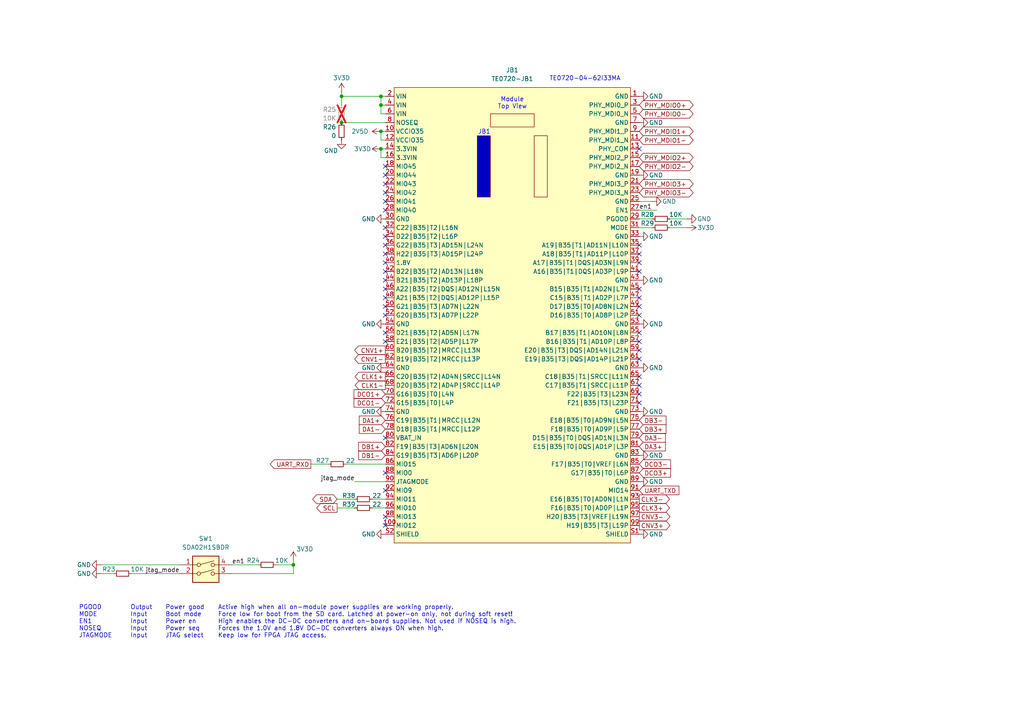
<source format=kicad_sch>
(kicad_sch (version 20250114) (generator "eeschema") (generator_version "9.0")
  (paper "A4")
  (lib_symbols
    (symbol "Device:R_Small" (pin_numbers (hide yes)) (pin_names (offset 0.254) (hide yes))
      (property "Reference" "R" (at 0.762 0.508 0))
      (property "Value" "R_Small" (at 0.762 -1.016 0))
      (symbol "R_Small_0_1"
        (rectangle (start -0.762 1.778) (end 0.762 -1.778) (stroke (width 0.2032)))
      )
      (symbol "R_Small_1_1"
        (pin passive line (at 0 2.54 270) (length 0.762) (name "~") (number "1"))
        (pin passive line (at 0 -2.54 90) (length 0.762) (name "~") (number "2"))
      )
    )
    (symbol "Switch:SW_DIP_x02" (pin_names (offset 0) (hide yes))
      (property "Reference" "SW" (at 0 6.35 0))
      (property "Value" "SW_DIP_x02" (at 0 -3.81 0))
      (symbol "SW_DIP_x02_0_0"
        (circle (center -2.032 2.54) (radius 0.508))
        (circle (center -2.032 0) (radius 0.508))
        (polyline (pts (xy -1.524 2.667) (xy 2.3622 3.7084)))
        (polyline (pts (xy -1.524 0.127) (xy 2.3622 1.1684)))
        (circle (center 2.032 2.54) (radius 0.508))
        (circle (center 2.032 0) (radius 0.508))
      )
      (symbol "SW_DIP_x02_0_1"
        (rectangle (start -3.81 5.08) (end 3.81 -2.54) (stroke (width 0.254)) (fill (type background)))
      )
      (symbol "SW_DIP_x02_1_1"
        (pin passive line (at -7.62 2.54 0) (length 5.08) (name "~") (number "1"))
        (pin passive line (at -7.62 0 0) (length 5.08) (name "~") (number "2"))
        (pin passive line (at 7.62 2.54 180) (length 5.08) (name "~") (number "4"))
        (pin passive line (at 7.62 0 180) (length 5.08) (name "~") (number "3"))
      )
    )
    (symbol "lib:TE0720-JB1"
      (property "Reference" "JB1" (at 0 66.04 0))
      (property "Value" "TE0720-JB1" (at 0 63.5 0))
      (symbol "TE0720-JB1_0_1"
        (rectangle (start -6.35 53.34) (end 6.35 49.53))
        (rectangle (start 6.35 29.21) (end 10.16 46.99))
      )
      (symbol "TE0720-JB1_1_1"
        (rectangle (start -34.29 60.96) (end 34.29 -71.12) (fill (type background)))
        (rectangle (start -10.16 46.99) (end -6.35 29.21) (fill (type color) (color 0 0 194 1)))
        (text "JB1" (at -8.128 48.26 0) (effects (font (size 1.27 1.27))))
        (text "Module\nTop View" (at 0 56.642 0) (effects (font (size 1.27 1.27))))
        (pin power_in line (at -36.83 58.42 0) (length 2.54) (name "VIN") (number "2"))
        (pin power_in line (at -36.83 55.88 0) (length 2.54) (name "VIN") (number "4"))
        (pin power_in line (at -36.83 53.34 0) (length 2.54) (name "VIN") (number "6"))
        (pin input line (at -36.83 50.8 0) (length 2.54) (name "NOSEQ") (number "8"))
        (pin power_in line (at -36.83 48.26 0) (length 2.54) (name "VCCIO35") (number "10"))
        (pin power_in line (at -36.83 45.72 0) (length 2.54) (name "VCCIO35") (number "12"))
        (pin power_in line (at -36.83 43.18 0) (length 2.54) (name "3.3VIN") (number "14"))
        (pin power_in line (at -36.83 40.64 0) (length 2.54) (name "3.3VIN") (number "16"))
        (pin bidirectional line (at -36.83 38.1 0) (length 2.54) (name "MIO45") (number "18"))
        (pin bidirectional line (at -36.83 35.56 0) (length 2.54) (name "MIO44") (number "20"))
        (pin bidirectional line (at -36.83 33.02 0) (length 2.54) (name "MIO43") (number "22"))
        (pin bidirectional line (at -36.83 30.48 0) (length 2.54) (name "MIO42") (number "24"))
        (pin bidirectional line (at -36.83 27.94 0) (length 2.54) (name "MIO41") (number "26"))
        (pin bidirectional line (at -36.83 25.4 0) (length 2.54) (name "MIO40") (number "28"))
        (pin passive line (at -36.83 22.86 0) (length 2.54) (name "GND") (number "30"))
        (pin bidirectional line (at -36.83 20.32 0) (length 2.54) (name "C22|B35|T2|L16N") (number "32"))
        (pin bidirectional line (at -36.83 17.78 0) (length 2.54) (name "D22|B35|T2|L16P") (number "34"))
        (pin bidirectional line (at -36.83 15.24 0) (length 2.54) (name "G22|B35|T3|AD15N|L24N") (number "36"))
        (pin bidirectional line (at -36.83 12.7 0) (length 2.54) (name "H22|B35|T3|AD15P|L24P") (number "38"))
        (pin power_out line (at -36.83 10.16 0) (length 2.54) (name "1.8V") (number "40"))
        (pin bidirectional line (at -36.83 7.62 0) (length 2.54) (name "B22|B35|T2|AD13N|L18N") (number "42"))
        (pin bidirectional line (at -36.83 5.08 0) (length 2.54) (name "B21|B35|T2|AD13P|L18P") (number "44"))
        (pin bidirectional line (at -36.83 2.54 0) (length 2.54) (name "A22|B35|T2|DQS|AD12N|L15N") (number "46"))
        (pin bidirectional line (at -36.83 0 0) (length 2.54) (name "A21|B35|T2|DQS|AD12P|L15P") (number "48"))
        (pin bidirectional line (at -36.83 -2.54 0) (length 2.54) (name "G21|B35|T3|AD7N|L22N") (number "50"))
        (pin bidirectional line (at -36.83 -5.08 0) (length 2.54) (name "G20|B35|T3|AD7P|L22P") (number "52"))
        (pin passive line (at -36.83 -7.62 0) (length 2.54) (name "GND") (number "54"))
        (pin bidirectional line (at -36.83 -10.16 0) (length 2.54) (name "D21|B35|T2|AD5N|L17N") (number "56"))
        (pin bidirectional line (at -36.83 -12.7 0) (length 2.54) (name "E21|B35|T2|AD5P|L17P") (number "58"))
        (pin bidirectional line (at -36.83 -15.24 0) (length 2.54) (name "B20|B35|T2|MRCC|L13N") (number "60"))
        (pin bidirectional line (at -36.83 -17.78 0) (length 2.54) (name "B19|B35|T2|MRCC|L13P") (number "62"))
        (pin passive line (at -36.83 -20.32 0) (length 2.54) (name "GND") (number "64"))
        (pin bidirectional line (at -36.83 -22.86 0) (length 2.54) (name "C20|B35|T2|AD4N|SRCC|L14N") (number "66"))
        (pin bidirectional line (at -36.83 -25.4 0) (length 2.54) (name "D20|B35|T2|AD4P|SRCC|L14P") (number "68"))
        (pin bidirectional line (at -36.83 -27.94 0) (length 2.54) (name "G16|B35|T0|L4N") (number "70"))
        (pin bidirectional line (at -36.83 -30.48 0) (length 2.54) (name "G15|B35|T0|L4P") (number "72"))
        (pin passive line (at -36.83 -33.02 0) (length 2.54) (name "GND") (number "74"))
        (pin bidirectional line (at -36.83 -35.56 0) (length 2.54) (name "C19|B35|T1|MRCC|L12N") (number "76"))
        (pin bidirectional line (at -36.83 -38.1 0) (length 2.54) (name "D18|B35|T1|MRCC|L12P") (number "78"))
        (pin power_in line (at -36.83 -40.64 0) (length 2.54) (name "VBAT_IN") (number "80"))
        (pin bidirectional line (at -36.83 -43.18 0) (length 2.54) (name "F19|B35|T3|AD6N|L20N") (number "82"))
        (pin bidirectional line (at -36.83 -45.72 0) (length 2.54) (name "G19|B35|T3|AD6P|L20P") (number "84"))
        (pin bidirectional line (at -36.83 -48.26 0) (length 2.54) (name "MIO15") (number "86"))
        (pin bidirectional line (at -36.83 -50.8 0) (length 2.54) (name "MIO0") (number "88"))
        (pin input line (at -36.83 -53.34 0) (length 2.54) (name "JTAGMODE") (number "90"))
        (pin bidirectional line (at -36.83 -55.88 0) (length 2.54) (name "MIO9") (number "92"))
        (pin bidirectional line (at -36.83 -58.42 0) (length 2.54) (name "MIO11") (number "94"))
        (pin bidirectional line (at -36.83 -60.96 0) (length 2.54) (name "MIO10") (number "96"))
        (pin bidirectional line (at -36.83 -63.5 0) (length 2.54) (name "MIO13") (number "98"))
        (pin bidirectional line (at -36.83 -66.04 0) (length 2.54) (name "MIO12") (number "100"))
        (pin passive line (at -36.83 -68.58 0) (length 2.54) (name "SHIELD") (number "S2"))
        (pin passive line (at 36.83 58.42 180) (length 2.54) (name "GND") (number "1"))
        (pin bidirectional line (at 36.83 55.88 180) (length 2.54) (name "PHY_MDI0_P") (number "3"))
        (pin bidirectional line (at 36.83 53.34 180) (length 2.54) (name "PHY_MDI0_N") (number "5"))
        (pin passive line (at 36.83 50.8 180) (length 2.54) (name "GND") (number "7"))
        (pin bidirectional line (at 36.83 48.26 180) (length 2.54) (name "PHY_MDI1_P") (number "9"))
        (pin bidirectional line (at 36.83 45.72 180) (length 2.54) (name "PHY_MDI1_N") (number "11"))
        (pin passive line (at 36.83 43.18 180) (length 2.54) (name "PHY_COM") (number "13"))
        (pin bidirectional line (at 36.83 40.64 180) (length 2.54) (name "PHY_MDI2_P") (number "15"))
        (pin bidirectional line (at 36.83 38.1 180) (length 2.54) (name "PHY_MDI2_N") (number "17"))
        (pin passive line (at 36.83 35.56 180) (length 2.54) (name "GND") (number "19"))
        (pin bidirectional line (at 36.83 33.02 180) (length 2.54) (name "PHY_MDI3_P") (number "21"))
        (pin bidirectional line (at 36.83 30.48 180) (length 2.54) (name "PHY_MDI3_N") (number "23"))
        (pin passive line (at 36.83 27.94 180) (length 2.54) (name "GND") (number "25"))
        (pin input line (at 36.83 25.4 180) (length 2.54) (name "EN1") (number "27"))
        (pin output line (at 36.83 22.86 180) (length 2.54) (name "PGOOD") (number "29"))
        (pin input line (at 36.83 20.32 180) (length 2.54) (name "MODE") (number "31"))
        (pin passive line (at 36.83 17.78 180) (length 2.54) (name "GND") (number "33"))
        (pin bidirectional line (at 36.83 15.24 180) (length 2.54) (name "A19|B35|T1|AD11N|L10N") (number "35"))
        (pin bidirectional line (at 36.83 12.7 180) (length 2.54) (name "A18|B35|T1|AD11P|L10P") (number "37"))
        (pin bidirectional line (at 36.83 10.16 180) (length 2.54) (name "A17|B35|T1|DQS|AD3N|L9N") (number "39"))
        (pin bidirectional line (at 36.83 7.62 180) (length 2.54) (name "A16|B35|T1|DQS|AD3P|L9P") (number "41"))
        (pin passive line (at 36.83 5.08 180) (length 2.54) (name "GND") (number "43"))
        (pin bidirectional line (at 36.83 2.54 180) (length 2.54) (name "B15|B35|T1|AD2N|L7N") (number "45"))
        (pin bidirectional line (at 36.83 0 180) (length 2.54) (name "C15|B35|T1|AD2P|L7P") (number "47"))
        (pin bidirectional line (at 36.83 -2.54 180) (length 2.54) (name "D17|B35|T0|AD8N|L2N") (number "49"))
        (pin bidirectional line (at 36.83 -5.08 180) (length 2.54) (name "D16|B35|T0|AD8P|L2P") (number "51"))
        (pin passive line (at 36.83 -7.62 180) (length 2.54) (name "GND") (number "53"))
        (pin bidirectional line (at 36.83 -10.16 180) (length 2.54) (name "B17|B35|T1|AD10N|L8N") (number "55"))
        (pin bidirectional line (at 36.83 -12.7 180) (length 2.54) (name "B16|B35|T1|AD10P|L8P") (number "57"))
        (pin bidirectional line (at 36.83 -15.24 180) (length 2.54) (name "E20|B35|T3|DQS|AD14N|L21N") (number "59"))
        (pin bidirectional line (at 36.83 -17.78 180) (length 2.54) (name "E19|B35|T3|DQS|AD14P|L21P") (number "61"))
        (pin passive line (at 36.83 -20.32 180) (length 2.54) (name "GND") (number "63"))
        (pin bidirectional line (at 36.83 -22.86 180) (length 2.54) (name "C18|B35|T1|SRCC|L11N") (number "65"))
        (pin bidirectional line (at 36.83 -25.4 180) (length 2.54) (name "C17|B35|T1|SRCC|L11P") (number "67"))
        (pin bidirectional line (at 36.83 -27.94 180) (length 2.54) (name "F22|B35|T3|L23N") (number "69"))
        (pin bidirectional line (at 36.83 -30.48 180) (length 2.54) (name "F21|B35|T3|L23P") (number "71"))
        (pin passive line (at 36.83 -33.02 180) (length 2.54) (name "GND") (number "73"))
        (pin bidirectional line (at 36.83 -35.56 180) (length 2.54) (name "E18|B35|T0|AD9N|L5N") (number "75"))
        (pin bidirectional line (at 36.83 -38.1 180) (length 2.54) (name "F18|B35|T0|AD9P|L5P") (number "77"))
        (pin bidirectional line (at 36.83 -40.64 180) (length 2.54) (name "D15|B35|T0|DQS|AD1N|L3N") (number "79"))
        (pin bidirectional line (at 36.83 -43.18 180) (length 2.54) (name "E15|B35|T0|DQS|AD1P|L3P") (number "81"))
        (pin passive line (at 36.83 -45.72 180) (length 2.54) (name "GND") (number "83"))
        (pin bidirectional line (at 36.83 -48.26 180) (length 2.54) (name "F17|B35|T0|VREF|L6N") (number "85"))
        (pin bidirectional line (at 36.83 -50.8 180) (length 2.54) (name "G17|B35|T0|L6P") (number "87"))
        (pin passive line (at 36.83 -53.34 180) (length 2.54) (name "GND") (number "89"))
        (pin bidirectional line (at 36.83 -55.88 180) (length 2.54) (name "MIO14") (number "91"))
        (pin bidirectional line (at 36.83 -58.42 180) (length 2.54) (name "E16|B35|T0|AD0N|L1N") (number "93"))
        (pin bidirectional line (at 36.83 -60.96 180) (length 2.54) (name "F16|B35|T0|AD0P|L1P") (number "95"))
        (pin bidirectional line (at 36.83 -63.5 180) (length 2.54) (name "H20|B35|T3|VREF|L19N") (number "97"))
        (pin bidirectional line (at 36.83 -66.04 180) (length 2.54) (name "H19|B35|T3|L19P") (number "99"))
        (pin passive line (at 36.83 -68.58 180) (length 2.54) (name "SHIELD") (number "S1"))
      )
    )
    (symbol "power:+12V" (power) (pin_numbers (hide yes)) (pin_names (offset 0) (hide yes))
      (property "Value" "+12V" (at 0 3.556 0))
      (symbol "+12V_0_1"
        (polyline (pts (xy -0.762 1.27) (xy 0 2.54)))
        (polyline (pts (xy 0 2.54) (xy 0.762 1.27)))
        (polyline (pts (xy 0 0) (xy 0 2.54)))
      )
      (symbol "+12V_1_1"
        (pin power_in line (at 0 0 90) (length 0) (name "~") (number "1"))
      )
    )
    (symbol "power:+3V3" (power) (pin_numbers (hide yes)) (pin_names (offset 0) (hide yes))
      (property "Value" "+3V3" (at 0 3.556 0))
      (symbol "+3V3_0_1"
        (polyline (pts (xy -0.762 1.27) (xy 0 2.54)))
        (polyline (pts (xy 0 2.54) (xy 0.762 1.27)))
        (polyline (pts (xy 0 0) (xy 0 2.54)))
      )
      (symbol "+3V3_1_1"
        (pin power_in line (at 0 0 90) (length 0) (name "~") (number "1"))
      )
    )
    (symbol "power:GND" (power) (pin_numbers (hide yes)) (pin_names (offset 0) (hide yes))
      (property "Value" "GND" (at 0 -3.81 0))
      (symbol "GND_0_1"
        (polyline (pts (xy 0 0) (xy 0 -1.27) (xy 1.27 -1.27) (xy 0 -2.54) (xy -1.27 -1.27) (xy 0 -1.27)))
      )
      (symbol "GND_1_1"
        (pin power_in line (at 0 0 270) (length 0) (name "~") (number "1"))
      )
    )
  )
  (text "PGOOD		Output	Power good	Active high when all on-module power supplies are working properly.\nMODE		Input	Boot mode	Force low for boot from the SD card. Latched at power-on only, not during soft reset!\nEN1			Input	Power en	High enables the DC-DC converters and on-board supplies. Not used if NOSEQ is high.\nNOSEQ		Input	Power seq	Forces the 1.0V and 1.8V DC-DC converters always ON when high.\nJTAGMODE	Input	JTAG select	Keep low for FPGA JTAG access." (at 22.86 180.34 0) (effects (font (size 1.27 1.27)) (justify left)))
  (text "TE0720-04-62I33MA" (at 169.672 22.86 0) (effects (font (size 1.27 1.27))))
  (junction (at 110.49 43.18))
  (junction (at 110.49 30.48))
  (junction (at 110.49 38.1))
  (junction (at 110.49 27.94))
  (junction (at 85.09 163.83))
  (junction (at 99.06 35.56))
  (junction (at 99.06 27.94))
  (no_connect (at 185.42 88.9))
  (no_connect (at 111.76 71.12))
  (no_connect (at 111.76 81.28))
  (no_connect (at 111.76 86.36))
  (no_connect (at 111.76 53.34))
  (no_connect (at 111.76 137.16))
  (no_connect (at 185.42 83.82))
  (no_connect (at 111.76 83.82))
  (no_connect (at 185.42 71.12))
  (no_connect (at 185.42 96.52))
  (no_connect (at 111.76 99.06))
  (no_connect (at 111.76 152.4))
  (no_connect (at 111.76 142.24))
  (no_connect (at 111.76 66.04))
  (no_connect (at 185.42 111.76))
  (no_connect (at 111.76 50.8))
  (no_connect (at 111.76 76.2))
  (no_connect (at 111.76 55.88))
  (no_connect (at 185.42 86.36))
  (no_connect (at 185.42 99.06))
  (no_connect (at 185.42 101.6))
  (no_connect (at 185.42 109.22))
  (no_connect (at 111.76 88.9))
  (no_connect (at 185.42 116.84))
  (no_connect (at 111.76 91.44))
  (no_connect (at 185.42 78.74))
  (no_connect (at 111.76 127))
  (no_connect (at 111.76 58.42))
  (no_connect (at 111.76 96.52))
  (no_connect (at 185.42 91.44))
  (no_connect (at 111.76 149.86))
  (no_connect (at 185.42 76.2))
  (no_connect (at 185.42 73.66))
  (no_connect (at 185.42 114.3))
  (no_connect (at 111.76 78.74))
  (no_connect (at 185.42 104.14))
  (no_connect (at 111.76 48.26))
  (no_connect (at 185.42 43.18))
  (no_connect (at 111.76 73.66))
  (no_connect (at 111.76 60.96))
  (no_connect (at 111.76 68.58))
  (wire (pts (xy 111.76 45.72) (xy 110.49 45.72)))
  (wire (pts (xy 97.79 144.78) (xy 102.87 144.78)))
  (wire (pts (xy 29.21 163.83) (xy 52.07 163.83)))
  (wire (pts (xy 38.1 166.37) (xy 52.07 166.37)))
  (wire (pts (xy 189.23 58.42) (xy 185.42 58.42)))
  (wire (pts (xy 110.49 30.48) (xy 111.76 30.48)))
  (wire (pts (xy 185.42 63.5) (xy 189.23 63.5)))
  (wire (pts (xy 80.01 163.83) (xy 85.09 163.83)))
  (wire (pts (xy 107.95 147.32) (xy 111.76 147.32)))
  (wire (pts (xy 99.06 27.94) (xy 110.49 27.94)))
  (wire (pts (xy 194.31 66.04) (xy 199.39 66.04)))
  (wire (pts (xy 110.49 30.48) (xy 110.49 27.94)))
  (wire (pts (xy 67.31 166.37) (xy 85.09 166.37)))
  (wire (pts (xy 90.17 134.62) (xy 95.25 134.62)))
  (wire (pts (xy 110.49 27.94) (xy 111.76 27.94)))
  (wire (pts (xy 194.31 63.5) (xy 199.39 63.5)))
  (wire (pts (xy 110.49 38.1) (xy 110.49 40.64)))
  (wire (pts (xy 110.49 38.1) (xy 111.76 38.1)))
  (wire (pts (xy 29.21 166.37) (xy 33.02 166.37)))
  (wire (pts (xy 107.95 144.78) (xy 111.76 144.78)))
  (wire (pts (xy 99.06 35.56) (xy 111.76 35.56)))
  (wire (pts (xy 67.31 163.83) (xy 74.93 163.83)))
  (wire (pts (xy 100.33 134.62) (xy 111.76 134.62)))
  (wire (pts (xy 185.42 66.04) (xy 189.23 66.04)))
  (wire (pts (xy 110.49 45.72) (xy 110.49 43.18)))
  (wire (pts (xy 99.06 26.67) (xy 99.06 27.94)))
  (wire (pts (xy 111.76 40.64) (xy 110.49 40.64)))
  (wire (pts (xy 111.76 33.02) (xy 110.49 33.02)))
  (wire (pts (xy 185.42 60.96) (xy 190.5 60.96)))
  (wire (pts (xy 85.09 163.83) (xy 85.09 166.37)))
  (wire (pts (xy 110.49 43.18) (xy 111.76 43.18)))
  (wire (pts (xy 97.79 147.32) (xy 102.87 147.32)))
  (wire (pts (xy 110.49 33.02) (xy 110.49 30.48)))
  (wire (pts (xy 102.87 139.7) (xy 111.76 139.7)))
  (wire (pts (xy 99.06 27.94) (xy 99.06 30.48)))
  (wire (pts (xy 85.09 162.56) (xy 85.09 163.83)))
  (label "jtag_mode" (at 102.87 139.7 180))
  (label "en1" (at 185.42 60.96 0))
  (label "en1" (at 67.31 163.83 0))
  (label "jtag_mode" (at 52.07 166.37 180))
  (global_label "CLK1-" (shape output) (at 111.76 111.76 180) (property "Intersheetrefs" "${INTERSHEET_REFS}" (effects (hide yes))))
  (global_label "PHY_MDIO3-" (shape bidirectional) (at 185.42 55.88 0) (property "Intersheetrefs" "${INTERSHEET_REFS}" (effects (hide yes))))
  (global_label "PHY_MDIO3+" (shape bidirectional) (at 185.42 53.34 0) (property "Intersheetrefs" "${INTERSHEET_REFS}" (effects (hide yes))))
  (global_label "SCL" (shape output) (at 97.79 147.32 180) (property "Intersheetrefs" "${INTERSHEET_REFS}" (effects (hide yes))))
  (global_label "DA3-" (shape input) (at 185.42 127 0) (property "Intersheetrefs" "${INTERSHEET_REFS}" (effects (hide yes))))
  (global_label "CNV3+" (shape output) (at 185.42 152.4 0) (property "Intersheetrefs" "${INTERSHEET_REFS}" (effects (hide yes))))
  (global_label "DA1+" (shape input) (at 111.76 121.92 180) (property "Intersheetrefs" "${INTERSHEET_REFS}" (effects (hide yes))))
  (global_label "DB1-" (shape input) (at 111.76 132.08 180) (property "Intersheetrefs" "${INTERSHEET_REFS}" (effects (hide yes))))
  (global_label "DCO1+" (shape input) (at 111.76 114.3 180) (property "Intersheetrefs" "${INTERSHEET_REFS}" (effects (hide yes))))
  (global_label "CNV3-" (shape output) (at 185.42 149.86 0) (property "Intersheetrefs" "${INTERSHEET_REFS}" (effects (hide yes))))
  (global_label "DB1+" (shape input) (at 111.76 129.54 180) (property "Intersheetrefs" "${INTERSHEET_REFS}" (effects (hide yes))))
  (global_label "CLK3+" (shape output) (at 185.42 147.32 0) (property "Intersheetrefs" "${INTERSHEET_REFS}" (effects (hide yes))))
  (global_label "SDA" (shape bidirectional) (at 97.79 144.78 180) (property "Intersheetrefs" "${INTERSHEET_REFS}" (effects (hide yes))))
  (global_label "DCO3+" (shape input) (at 185.42 137.16 0) (property "Intersheetrefs" "${INTERSHEET_REFS}" (effects (hide yes))))
  (global_label "DCO3-" (shape input) (at 185.42 134.62 0) (property "Intersheetrefs" "${INTERSHEET_REFS}" (effects (hide yes))))
  (global_label "CNV1+" (shape output) (at 111.76 101.6 180) (property "Intersheetrefs" "${INTERSHEET_REFS}" (effects (hide yes))))
  (global_label "UART_TXD" (shape input) (at 185.42 142.24 0) (property "Intersheetrefs" "${INTERSHEET_REFS}" (effects (hide yes))))
  (global_label "UART_RXD" (shape output) (at 90.17 134.62 180) (property "Intersheetrefs" "${INTERSHEET_REFS}" (effects (hide yes))))
  (global_label "PHY_MDIO1-" (shape bidirectional) (at 185.42 40.64 0) (property "Intersheetrefs" "${INTERSHEET_REFS}" (effects (hide yes))))
  (global_label "PHY_MDIO2+" (shape bidirectional) (at 185.42 45.72 0) (property "Intersheetrefs" "${INTERSHEET_REFS}" (effects (hide yes))))
  (global_label "PHY_MDIO2-" (shape bidirectional) (at 185.42 48.26 0) (property "Intersheetrefs" "${INTERSHEET_REFS}" (effects (hide yes))))
  (global_label "PHY_MDIO1+" (shape bidirectional) (at 185.42 38.1 0) (property "Intersheetrefs" "${INTERSHEET_REFS}" (effects (hide yes))))
  (global_label "PHY_MDIO0+" (shape bidirectional) (at 185.42 30.48 0) (property "Intersheetrefs" "${INTERSHEET_REFS}" (effects (hide yes))))
  (global_label "CNV1-" (shape output) (at 111.76 104.14 180) (property "Intersheetrefs" "${INTERSHEET_REFS}" (effects (hide yes))))
  (global_label "CLK3-" (shape output) (at 185.42 144.78 0) (property "Intersheetrefs" "${INTERSHEET_REFS}" (effects (hide yes))))
  (global_label "DA1-" (shape input) (at 111.76 124.46 180) (property "Intersheetrefs" "${INTERSHEET_REFS}" (effects (hide yes))))
  (global_label "DB3+" (shape input) (at 185.42 124.46 0) (property "Intersheetrefs" "${INTERSHEET_REFS}" (effects (hide yes))))
  (global_label "DA3+" (shape input) (at 185.42 129.54 0) (property "Intersheetrefs" "${INTERSHEET_REFS}" (effects (hide yes))))
  (global_label "CLK1+" (shape output) (at 111.76 109.22 180) (property "Intersheetrefs" "${INTERSHEET_REFS}" (effects (hide yes))))
  (global_label "DB3-" (shape input) (at 185.42 121.92 0) (property "Intersheetrefs" "${INTERSHEET_REFS}" (effects (hide yes))))
  (global_label "DCO1-" (shape input) (at 111.76 116.84 180) (property "Intersheetrefs" "${INTERSHEET_REFS}" (effects (hide yes))))
  (global_label "PHY_MDIO0-" (shape bidirectional) (at 185.42 33.02 0) (property "Intersheetrefs" "${INTERSHEET_REFS}" (effects (hide yes))))
  (symbol (lib_id "power:GND") (at 111.76 93.98 270) (unit 1)
    (property "Reference" "#PWR047" (effects (hide yes)))
    (property "Value" "GND" (at 108.966 93.98 90) (effects (justify right)))
    (property "Description" "Power symbol creates a global label with name \"GND\" , ground" (effects (hide yes)))
  )
  (symbol (lib_id "power:GND") (at 99.06 40.64 0) (unit 1)
    (property "Reference" "#PWR043" (effects (hide yes)))
    (property "Value" "GND" (at 98.044 43.688 0) (effects (justify right)))
    (property "Description" "Power symbol creates a global label with name \"GND\" , ground" (effects (hide yes)))
  )
  (symbol (lib_id "power:GND") (at 199.39 63.5 90) (unit 1)
    (property "Reference" "#PWR063" (effects (hide yes)))
    (property "Value" "GND" (at 202.184 63.5 90) (effects (justify right)))
    (property "Description" "Power symbol creates a global label with name \"GND\" , ground" (effects (hide yes)))
  )
  (symbol (lib_id "power:GND") (at 185.42 139.7 90) (unit 1)
    (property "Reference" "#PWR060" (effects (hide yes)))
    (property "Value" "GND" (at 188.214 139.7 90) (effects (justify right)))
    (property "Description" "Power symbol creates a global label with name \"GND\" , ground" (effects (hide yes)))
  )
  (symbol (lib_id "lib:TE0720-JB1") (at 148.59 86.36 0) (unit 1)
    (property "Reference" "JB1" (at 148.59 20.32 0))
    (property "Value" "TE0720-JB1" (at 148.59 22.86 0))
    (property "Footprint" "lib:LSHM-150-04.0-L-DV-A-S-K-TR" (effects (hide yes)))
    (property "Description" "100 Position Connector Self Mating, Non-Gendered, Hermaphroditic Surface Mount Gold" (effects (hide yes)))
    (property "M" "SAMTEC" (effects (hide yes)))
    (property "MPN" "LSHM-150-04.0-L-DV-A-S-K-TR" (effects (hide yes)))
  )
  (symbol (lib_id "power:GND") (at 185.42 154.94 90) (unit 1)
    (property "Reference" "#PWR061" (effects (hide yes)))
    (property "Value" "GND" (at 188.214 154.94 90) (effects (justify right)))
    (property "Description" "Power symbol creates a global label with name \"GND\" , ground" (effects (hide yes)))
  )
  (symbol (lib_id "power:GND") (at 111.76 63.5 270) (unit 1)
    (property "Reference" "#PWR046" (effects (hide yes)))
    (property "Value" "GND" (at 108.966 63.5 90) (effects (justify right)))
    (property "Description" "Power symbol creates a global label with name \"GND\" , ground" (effects (hide yes)))
  )
  (symbol (lib_id "power:+3V3") (at 199.39 66.04 270) (unit 1)
    (property "Reference" "#PWR064" (effects (hide yes)))
    (property "Value" "3V3D" (at 204.724 66.04 90))
    (property "Description" "Power symbol creates a global label with name \"+3V3\"" (effects (hide yes)))
  )
  (symbol (lib_id "Device:R_Small") (at 77.47 163.83 90) (mirror x) (unit 1)
    (property "Reference" "R24" (at 75.438 162.56 90) (effects (justify left)))
    (property "Value" "10K" (at 79.756 162.56 90) (effects (justify right)))
    (property "Footprint" "Resistor_SMD:R_0603_1608Metric" (effects (hide yes)))
    (property "Description" "10 kOhms ±1% 0.1W, 1/10W Chip Resistor 0603 (1608 Metric) Automotive AEC-Q200 Thick Film" (effects (hide yes)))
    (property "M" "VISHAY" (effects (hide yes)))
    (property "MPN" "CRCW060310K0FKEA" (effects (hide yes)))
  )
  (symbol (lib_id "Device:R_Small") (at 99.06 33.02 0) (unit 1) (dnp yes)
    (property "Reference" "R25" (at 97.536 31.75 0) (effects (justify right)))
    (property "Value" "10K" (at 97.536 34.29 0) (effects (justify right)))
    (property "Footprint" "Resistor_SMD:R_0603_1608Metric" (effects (hide yes)))
    (property "Description" "10 kOhms ±1% 0.1W, 1/10W Chip Resistor 0603 (1608 Metric) Automotive AEC-Q200 Thick Film" (effects (hide yes)))
    (property "M" "VISHAY" (effects (hide yes)))
    (property "MPN" "CRCW060310K0FKEA" (effects (hide yes)))
  )
  (symbol (lib_id "power:GND") (at 29.21 166.37 270) (unit 1)
    (property "Reference" "#PWR040" (effects (hide yes)))
    (property "Value" "GND" (at 26.416 166.37 90) (effects (justify right)))
    (property "Description" "Power symbol creates a global label with name \"GND\" , ground" (effects (hide yes)))
  )
  (symbol (lib_id "Device:R_Small") (at 105.41 147.32 90) (unit 1)
    (property "Reference" "R39" (at 103.124 146.304 90) (effects (justify left)))
    (property "Value" "22" (at 107.95 146.304 90) (effects (justify right)))
    (property "Footprint" "Resistor_SMD:R_0805_2012Metric" (effects (hide yes)))
    (property "Description" "22 Ohms ±1% 0.5W, 1/2W Chip Resistor 0805 (2012 Metric) Automotive AEC-Q200, Pulse Withstanding Thick Film" (effects (hide yes)))
    (property "M" "VISHAY" (effects (hide yes)))
    (property "MPN" "CRCW080522R0FKEAHP" (effects (hide yes)))
  )
  (symbol (lib_id "Device:R_Small") (at 191.77 63.5 90) (mirror x) (unit 1)
    (property "Reference" "R28" (at 189.738 62.23 90) (effects (justify left)))
    (property "Value" "10K" (at 194.056 62.23 90) (effects (justify right)))
    (property "Footprint" "Resistor_SMD:R_0603_1608Metric" (effects (hide yes)))
    (property "Description" "10 kOhms ±1% 0.1W, 1/10W Chip Resistor 0603 (1608 Metric) Automotive AEC-Q200 Thick Film" (effects (hide yes)))
    (property "M" "VISHAY" (effects (hide yes)))
    (property "MPN" "CRCW060310K0FKEA" (effects (hide yes)))
  )
  (symbol (lib_id "power:+3V3") (at 85.09 162.56 0) (unit 1)
    (property "Reference" "#PWR041" (effects (hide yes)))
    (property "Value" "3V3D" (at 88.392 159.258 0))
    (property "Description" "Power symbol creates a global label with name \"+3V3\"" (effects (hide yes)))
  )
  (symbol (lib_id "Device:R_Small") (at 35.56 166.37 90) (mirror x) (unit 1)
    (property "Reference" "R23" (at 33.528 165.1 90) (effects (justify left)))
    (property "Value" "10K" (at 37.846 165.1 90) (effects (justify right)))
    (property "Footprint" "Resistor_SMD:R_0603_1608Metric" (effects (hide yes)))
    (property "Description" "10 kOhms ±1% 0.1W, 1/10W Chip Resistor 0603 (1608 Metric) Automotive AEC-Q200 Thick Film" (effects (hide yes)))
    (property "M" "VISHAY" (effects (hide yes)))
    (property "MPN" "CRCW060310K0FKEA" (effects (hide yes)))
  )
  (symbol (lib_id "power:GND") (at 185.42 68.58 90) (unit 1)
    (property "Reference" "#PWR054" (effects (hide yes)))
    (property "Value" "GND" (at 188.214 68.58 90) (effects (justify right)))
    (property "Description" "Power symbol creates a global label with name \"GND\" , ground" (effects (hide yes)))
  )
  (symbol (lib_id "power:GND") (at 111.76 106.68 270) (unit 1)
    (property "Reference" "#PWR048" (effects (hide yes)))
    (property "Value" "GND" (at 108.966 106.68 90) (effects (justify right)))
    (property "Description" "Power symbol creates a global label with name \"GND\" , ground" (effects (hide yes)))
  )
  (symbol (lib_id "power:GND") (at 189.23 58.42 90) (unit 1)
    (property "Reference" "#PWR062" (effects (hide yes)))
    (property "Value" "GND" (at 192.024 58.42 90) (effects (justify right)))
    (property "Description" "Power symbol creates a global label with name \"GND\" , ground" (effects (hide yes)))
  )
  (symbol (lib_id "power:GND") (at 185.42 27.94 90) (unit 1)
    (property "Reference" "#PWR051" (effects (hide yes)))
    (property "Value" "GND" (at 188.214 27.94 90) (effects (justify right)))
    (property "Description" "Power symbol creates a global label with name \"GND\" , ground" (effects (hide yes)))
  )
  (symbol (lib_id "power:GND") (at 185.42 132.08 90) (unit 1)
    (property "Reference" "#PWR059" (effects (hide yes)))
    (property "Value" "GND" (at 188.214 132.08 90) (effects (justify right)))
    (property "Description" "Power symbol creates a global label with name \"GND\" , ground" (effects (hide yes)))
  )
  (symbol (lib_id "power:GND") (at 185.42 35.56 90) (unit 1)
    (property "Reference" "#PWR052" (effects (hide yes)))
    (property "Value" "GND" (at 188.214 35.56 90) (effects (justify right)))
    (property "Description" "Power symbol creates a global label with name \"GND\" , ground" (effects (hide yes)))
  )
  (symbol (lib_id "power:GND") (at 185.42 119.38 90) (unit 1)
    (property "Reference" "#PWR058" (effects (hide yes)))
    (property "Value" "GND" (at 188.214 119.38 90) (effects (justify right)))
    (property "Description" "Power symbol creates a global label with name \"GND\" , ground" (effects (hide yes)))
  )
  (symbol (lib_id "power:GND") (at 111.76 154.94 270) (unit 1)
    (property "Reference" "#PWR050" (effects (hide yes)))
    (property "Value" "GND" (at 108.966 154.94 90) (effects (justify right)))
    (property "Description" "Power symbol creates a global label with name \"GND\" , ground" (effects (hide yes)))
  )
  (symbol (lib_id "power:+3V3") (at 99.06 26.67 0) (unit 1)
    (property "Reference" "#PWR042" (effects (hide yes)))
    (property "Value" "3V3D" (at 99.06 22.606 0))
    (property "Description" "Power symbol creates a global label with name \"+3V3\"" (effects (hide yes)))
  )
  (symbol (lib_id "power:+3V3") (at 110.49 43.18 90) (unit 1)
    (property "Reference" "#PWR045" (effects (hide yes)))
    (property "Value" "3V3D" (at 105.156 43.18 90))
    (property "Description" "Power symbol creates a global label with name \"+3V3\"" (effects (hide yes)))
  )
  (symbol (lib_id "power:GND") (at 185.42 106.68 90) (unit 1)
    (property "Reference" "#PWR057" (effects (hide yes)))
    (property "Value" "GND" (at 188.214 106.68 90) (effects (justify right)))
    (property "Description" "Power symbol creates a global label with name \"GND\" , ground" (effects (hide yes)))
  )
  (symbol (lib_id "Device:R_Small") (at 99.06 38.1 0) (unit 1)
    (property "Reference" "R26" (at 97.536 36.83 0) (effects (justify right)))
    (property "Value" "0" (at 97.536 39.37 0) (effects (justify right)))
    (property "Footprint" "Resistor_SMD:R_0603_1608Metric" (effects (hide yes)))
    (property "Description" "0 Ohms Jumper Chip Resistor 0603 (1608 Metric) Automotive AEC-Q200 Thick Film" (effects (hide yes)))
    (property "M" "VISHAY" (effects (hide yes)))
    (property "MPN" "CRCW06030000Z0EA" (effects (hide yes)))
  )
  (symbol (lib_id "power:GND") (at 185.42 93.98 90) (unit 1)
    (property "Reference" "#PWR056" (effects (hide yes)))
    (property "Value" "GND" (at 188.214 93.98 90) (effects (justify right)))
    (property "Description" "Power symbol creates a global label with name \"GND\" , ground" (effects (hide yes)))
  )
  (symbol (lib_id "Device:R_Small") (at 191.77 66.04 90) (mirror x) (unit 1)
    (property "Reference" "R29" (at 189.738 64.77 90) (effects (justify left)))
    (property "Value" "10K" (at 194.056 64.77 90) (effects (justify right)))
    (property "Footprint" "Resistor_SMD:R_0603_1608Metric" (effects (hide yes)))
    (property "Description" "10 kOhms ±1% 0.1W, 1/10W Chip Resistor 0603 (1608 Metric) Automotive AEC-Q200 Thick Film" (effects (hide yes)))
    (property "M" "VISHAY" (effects (hide yes)))
    (property "MPN" "CRCW060310K0FKEA" (effects (hide yes)))
  )
  (symbol (lib_id "Device:R_Small") (at 105.41 144.78 90) (unit 1)
    (property "Reference" "R38" (at 103.124 143.764 90) (effects (justify left)))
    (property "Value" "22" (at 107.95 143.764 90) (effects (justify right)))
    (property "Footprint" "Resistor_SMD:R_0805_2012Metric" (effects (hide yes)))
    (property "Description" "22 Ohms ±1% 0.5W, 1/2W Chip Resistor 0805 (2012 Metric) Automotive AEC-Q200, Pulse Withstanding Thick Film" (effects (hide yes)))
    (property "M" "VISHAY" (effects (hide yes)))
    (property "MPN" "CRCW080522R0FKEAHP" (effects (hide yes)))
  )
  (symbol (lib_id "power:GND") (at 185.42 81.28 90) (unit 1)
    (property "Reference" "#PWR055" (effects (hide yes)))
    (property "Value" "GND" (at 188.214 81.28 90) (effects (justify right)))
    (property "Description" "Power symbol creates a global label with name \"GND\" , ground" (effects (hide yes)))
  )
  (symbol (lib_id "power:GND") (at 111.76 119.38 270) (unit 1)
    (property "Reference" "#PWR049" (effects (hide yes)))
    (property "Value" "GND" (at 108.966 119.38 90) (effects (justify right)))
    (property "Description" "Power symbol creates a global label with name \"GND\" , ground" (effects (hide yes)))
  )
  (symbol (lib_id "power:GND") (at 185.42 50.8 90) (unit 1)
    (property "Reference" "#PWR053" (effects (hide yes)))
    (property "Value" "GND" (at 188.214 50.8 90) (effects (justify right)))
    (property "Description" "Power symbol creates a global label with name \"GND\" , ground" (effects (hide yes)))
  )
  (symbol (lib_id "power:GND") (at 29.21 163.83 270) (unit 1)
    (property "Reference" "#PWR039" (effects (hide yes)))
    (property "Value" "GND" (at 26.416 163.83 90) (effects (justify right)))
    (property "Description" "Power symbol creates a global label with name \"GND\" , ground" (effects (hide yes)))
  )
  (symbol (lib_id "Switch:SW_DIP_x02") (at 59.69 166.37 0) (unit 1)
    (property "Reference" "SW1" (at 59.69 156.21 0))
    (property "Value" "SDA02H1SBDR" (at 59.69 158.75 0))
    (property "Footprint" "lib:SDA02H1SBDR" (effects (hide yes)))
    (property "Description" "Dip Switch SPST 2 Position Surface Mount Slide (Standard) Actuator 25mA 24VDC" (effects (hide yes)))
    (property "M" "C&K" (effects (hide yes)))
    (property "MPN" "SDA02H1SBDR" (effects (hide yes)))
  )
  (symbol (lib_id "power:+12V") (at 110.49 38.1 90) (unit 1)
    (property "Reference" "#PWR044" (effects (hide yes)))
    (property "Value" "2V5D" (at 104.394 38.1 90))
    (property "Description" "Power symbol creates a global label with name \"+12V\"" (effects (hide yes)))
  )
  (symbol (lib_id "Device:R_Small") (at 97.79 134.62 90) (unit 1)
    (property "Reference" "R27" (at 95.504 133.604 90) (effects (justify left)))
    (property "Value" "22" (at 100.33 133.604 90) (effects (justify right)))
    (property "Footprint" "Resistor_SMD:R_0805_2012Metric" (effects (hide yes)))
    (property "Description" "22 Ohms ±1% 0.5W, 1/2W Chip Resistor 0805 (2012 Metric) Automotive AEC-Q200, Pulse Withstanding Thick Film" (effects (hide yes)))
    (property "M" "VISHAY" (effects (hide yes)))
    (property "MPN" "CRCW080522R0FKEAHP" (effects (hide yes)))
  )
)
</source>
